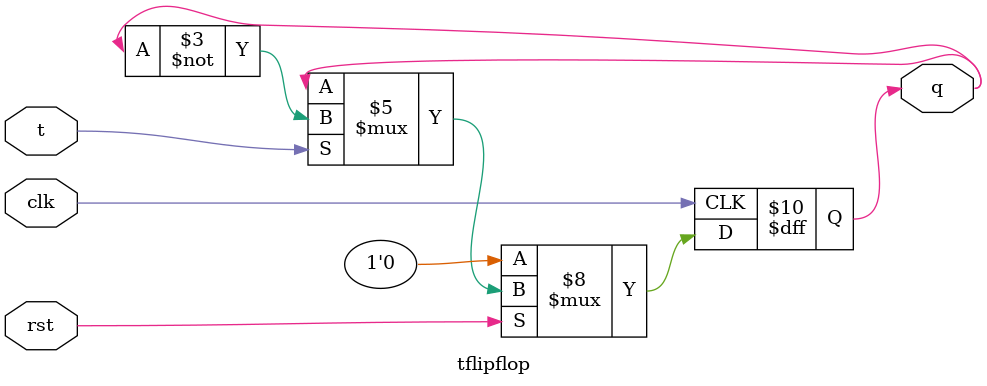
<source format=v>
module tflipflop(clk,rst,t,q);
    input clk,rst,t;
    output reg q;
    always@(posedge clk)
    begin
        if(!rst)
        begin
            q<=0;
        end
        else
        begin
            if(t)
            q <= ~q;
            else
            q <= q;
        end
    end
endmodule
            

</source>
